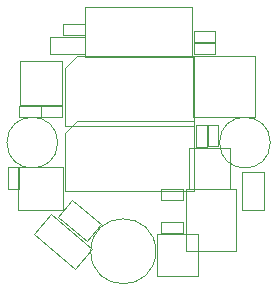
<source format=gbr>
%TF.GenerationSoftware,KiCad,Pcbnew,(5.1.8)-1*%
%TF.CreationDate,2021-07-21T00:03:38+02:00*%
%TF.ProjectId,PX12_Board,50583132-5f42-46f6-9172-642e6b696361,V1.0*%
%TF.SameCoordinates,Original*%
%TF.FileFunction,Other,User*%
%FSLAX46Y46*%
G04 Gerber Fmt 4.6, Leading zero omitted, Abs format (unit mm)*
G04 Created by KiCad (PCBNEW (5.1.8)-1) date 2021-07-21 00:03:38*
%MOMM*%
%LPD*%
G01*
G04 APERTURE LIST*
%ADD10C,0.050000*%
G04 APERTURE END LIST*
D10*
%TO.C,VALVE1*%
X183250000Y-109150000D02*
X183250000Y-103900000D01*
X179050000Y-109150000D02*
X183250000Y-109150000D01*
X179050000Y-103900000D02*
X179050000Y-109150000D01*
X183250000Y-103900000D02*
X179050000Y-103900000D01*
%TO.C,U1*%
X164950000Y-96850000D02*
X164950000Y-93050000D01*
X164950000Y-93050000D02*
X168550000Y-93050000D01*
X168550000Y-93050000D02*
X168550000Y-96850000D01*
X168550000Y-96850000D02*
X164950000Y-96850000D01*
%TO.C,AX12_2*%
X179700000Y-104100000D02*
X179700000Y-98200000D01*
X179700000Y-98200000D02*
X169800000Y-98200000D01*
X169800000Y-98200000D02*
X168800000Y-99200000D01*
X168800000Y-99200000D02*
X168800000Y-104100000D01*
X168800000Y-104100000D02*
X179700000Y-104100000D01*
%TO.C,D3*%
X167482500Y-92480000D02*
X167482500Y-91020000D01*
X167482500Y-91020000D02*
X170442500Y-91020000D01*
X170442500Y-91020000D02*
X170442500Y-92480000D01*
X170442500Y-92480000D02*
X167482500Y-92480000D01*
%TO.C,AX12_1*%
X168800000Y-98600000D02*
X179700000Y-98600000D01*
X168800000Y-93700000D02*
X168800000Y-98600000D01*
X169800000Y-92700000D02*
X168800000Y-93700000D01*
X179700000Y-92700000D02*
X169800000Y-92700000D01*
X179700000Y-98600000D02*
X179700000Y-92700000D01*
%TO.C,Q1*%
X179300000Y-100450000D02*
X182700000Y-100450000D01*
X182700000Y-100450000D02*
X182700000Y-103950000D01*
X182700000Y-103950000D02*
X179300000Y-103950000D01*
X179300000Y-103950000D02*
X179300000Y-100450000D01*
%TO.C,Q2*%
X176600000Y-111250000D02*
X176600000Y-107750000D01*
X180000000Y-111250000D02*
X176600000Y-111250000D01*
X180000000Y-107750000D02*
X180000000Y-111250000D01*
X176600000Y-107750000D02*
X180000000Y-107750000D01*
%TO.C,R2*%
X171046163Y-108967509D02*
X169606319Y-110683449D01*
X169606319Y-110683449D02*
X166113157Y-107752337D01*
X166113157Y-107752337D02*
X167553001Y-106036397D01*
X167553001Y-106036397D02*
X171046163Y-108967509D01*
%TO.C,U2*%
X168600000Y-105700000D02*
X164800000Y-105700000D01*
X164800000Y-105700000D02*
X164800000Y-102100000D01*
X164800000Y-102100000D02*
X168600000Y-102100000D01*
X168600000Y-102100000D02*
X168600000Y-105700000D01*
%TO.C,U3*%
X179630000Y-97870000D02*
X184870000Y-97870000D01*
X184870000Y-97870000D02*
X184870000Y-92630000D01*
X184870000Y-92630000D02*
X179630000Y-92630000D01*
X179630000Y-92630000D02*
X179630000Y-97870000D01*
%TO.C,C4*%
X176450000Y-109200000D02*
G75*
G03*
X176450000Y-109200000I-2750000J0D01*
G01*
%TO.C,PGND*%
X186150000Y-100000000D02*
G75*
G03*
X186150000Y-100000000I-2150000J0D01*
G01*
%TO.C,PVCC*%
X168150000Y-100000000D02*
G75*
G03*
X168150000Y-100000000I-2150000J0D01*
G01*
%TO.C,C1*%
X181490000Y-90540000D02*
X181490000Y-91460000D01*
X181490000Y-91460000D02*
X179670000Y-91460000D01*
X179670000Y-91460000D02*
X179670000Y-90540000D01*
X179670000Y-90540000D02*
X181490000Y-90540000D01*
%TO.C,C2*%
X164860000Y-102090000D02*
X164860000Y-103910000D01*
X163940000Y-102090000D02*
X164860000Y-102090000D01*
X163940000Y-103910000D02*
X163940000Y-102090000D01*
X164860000Y-103910000D02*
X163940000Y-103910000D01*
%TO.C,C3*%
X181490000Y-91540000D02*
X181490000Y-92460000D01*
X181490000Y-92460000D02*
X179670000Y-92460000D01*
X179670000Y-92460000D02*
X179670000Y-91540000D01*
X179670000Y-91540000D02*
X181490000Y-91540000D01*
%TO.C,C5*%
X166710000Y-96890000D02*
X168530000Y-96890000D01*
X166710000Y-97810000D02*
X166710000Y-96890000D01*
X168530000Y-97810000D02*
X166710000Y-97810000D01*
X168530000Y-96890000D02*
X168530000Y-97810000D01*
%TO.C,C6*%
X164890000Y-97810000D02*
X164890000Y-96890000D01*
X164890000Y-96890000D02*
X166710000Y-96890000D01*
X166710000Y-96890000D02*
X166710000Y-97810000D01*
X166710000Y-97810000D02*
X164890000Y-97810000D01*
%TO.C,C7*%
X180840000Y-100310000D02*
X180840000Y-98490000D01*
X181760000Y-100310000D02*
X180840000Y-100310000D01*
X181760000Y-98490000D02*
X181760000Y-100310000D01*
X180840000Y-98490000D02*
X181760000Y-98490000D01*
%TO.C,D1*%
X169384977Y-104843798D02*
X168163681Y-106299282D01*
X168163681Y-106299282D02*
X170615023Y-108356202D01*
X171836319Y-106900718D02*
X170615023Y-108356202D01*
X169384977Y-104843798D02*
X171836319Y-106900718D01*
%TO.C,D2*%
X185650000Y-102500000D02*
X185650000Y-105700000D01*
X185650000Y-105700000D02*
X183750000Y-105700000D01*
X183750000Y-102500000D02*
X183750000Y-105700000D01*
X185650000Y-102500000D02*
X183750000Y-102500000D01*
%TO.C,R1*%
X176870000Y-104870000D02*
X176870000Y-103930000D01*
X176870000Y-103930000D02*
X178730000Y-103930000D01*
X178730000Y-103930000D02*
X178730000Y-104870000D01*
X178730000Y-104870000D02*
X176870000Y-104870000D01*
%TO.C,R3*%
X178730000Y-107670000D02*
X176870000Y-107670000D01*
X178730000Y-106730000D02*
X178730000Y-107670000D01*
X176870000Y-106730000D02*
X178730000Y-106730000D01*
X176870000Y-107670000D02*
X176870000Y-106730000D01*
%TO.C,R4*%
X170420000Y-90920000D02*
X168560000Y-90920000D01*
X170420000Y-89980000D02*
X170420000Y-90920000D01*
X168560000Y-89980000D02*
X170420000Y-89980000D01*
X168560000Y-90920000D02*
X168560000Y-89980000D01*
%TO.C,R5*%
X180770000Y-100330000D02*
X179830000Y-100330000D01*
X179830000Y-100330000D02*
X179830000Y-98470000D01*
X179830000Y-98470000D02*
X180770000Y-98470000D01*
X180770000Y-98470000D02*
X180770000Y-100330000D01*
%TO.C,SWD*%
X179500000Y-88550000D02*
X170500000Y-88550000D01*
X179500000Y-92750000D02*
X179500000Y-88550000D01*
X170500000Y-92750000D02*
X179500000Y-92750000D01*
X170500000Y-88550000D02*
X170500000Y-92750000D01*
%TD*%
M02*

</source>
